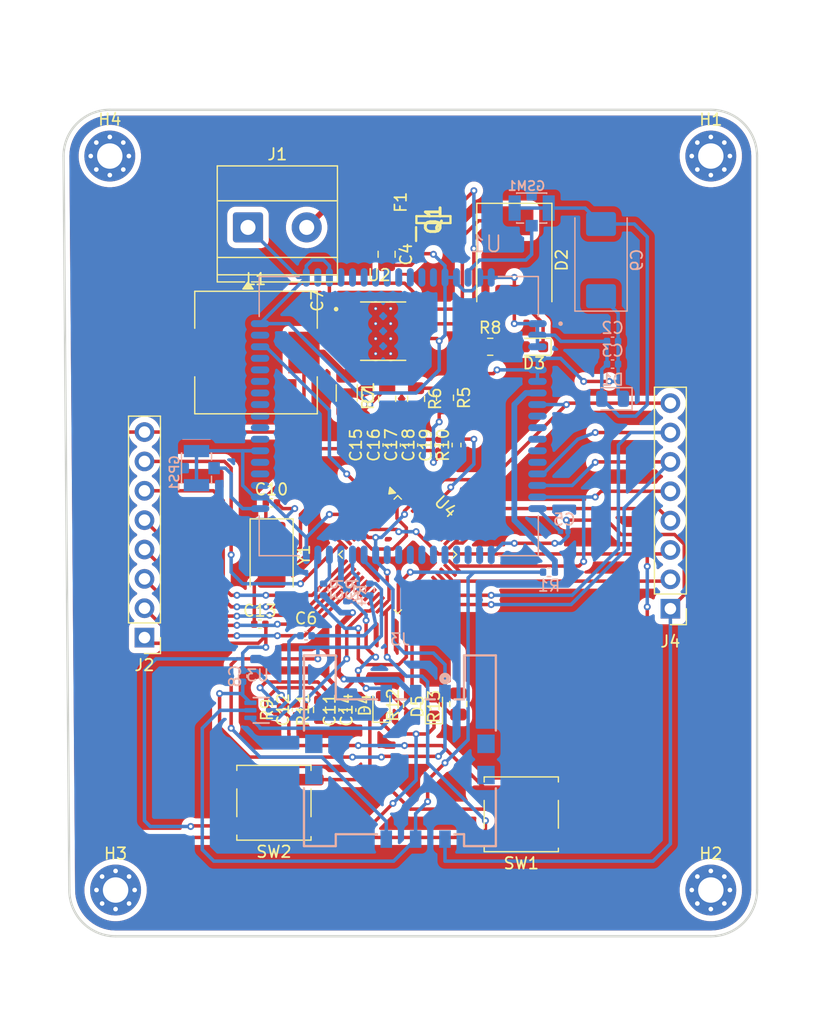
<source format=kicad_pcb>
(kicad_pcb (version 20241229) (generator "pcbnew") (generator_version "9.0")
  (layers (0 "F.Cu" signal) (4 "In1.Cu" signal) (6 "In2.Cu" signal) (2 "B.Cu" signal) (13 "F.Paste" user) (15 "B.Paste" user) (5 "F.SilkS" user "F.Silkscreen") (7 "B.SilkS" user "B.Silkscreen") (1 "F.Mask" user) (3 "B.Mask" user) (25 "Edge.Cuts" user))
  (net 0 "")
  (net 1 "GND")
  (net 2 "+3.3V")
  (net 3 "Net-(Q1-D)")
  (net 4 "Net-(U1-VRTC)")
  (net 5 "SIM_DATA")
  (net 6 "Net-(C6-Pad2)")
  (net 7 "Net-(D2-K)")
  (net 8 "Net-(U2-BOOT)")
  (net 9 "SIM_VDD")
  (net 10 "Net-(U4-PF0)")
  (net 11 "Net-(C11-Pad1)")
  (net 12 "Net-(U4-PB11)")
  (net 13 "Net-(U4-PF1)")
  (net 14 "NRST")
  (net 15 "Net-(D3-A)")
  (net 16 "Net-(D4-A)")
  (net 17 "Net-(D5-A)")
  (net 18 "+12V")
  (net 19 "GPS_ANT")
  (net 20 "GSM_ANT")
  (net 57 "PA4")
  (net 58 "USART2_RX")
  (net 59 "PA6{slash}SPI1_MISO")
  (net 60 "USART2_TX")
  (net 61 "PA7{slash}SPI1_MOSI")
  (net 62 "PA5{slash}SPI1_CLK")
  (net 65 "SIM_DET")
  (net 67 "Net-(J3-CLK)")
  (net 68 "Net-(J3-I{slash}O)")
  (net 70 "Net-(J3-RET)")
  (net 71 "SIM_PWRKEY")
  (net 72 "SIM_RX")
  (net 73 "SIM_RESET")
  (net 74 "SWDCLK")
  (net 75 "SWDIO")
  (net 76 "SIM_TX")
  (net 77 "Net-(Q1-S)")
  (net 78 "Net-(U1-VDD_EXT)")
  (net 79 "SIM_RST")
  (net 80 "SIM_CLK")
  (net 81 "FEEDBACK")
  (net 82 "Net-(R6-Pad2)")
  (net 83 "Net-(U4-BOOT0)")
  (net 84 "LED1")
  (net 85 "LED2")
  (net 86 "STATUS")
  (footprint "TPS5430DDA:VREG_LM5017MR_NOPB" (layer "F.Cu") (at 145.65 85.15)
    (property "Reference" "U2")
    (property "Value" "TPS5430DDA")
  )
  (footprint "Capacitor_SMD:C_0402_1005Metric" (layer "F.Cu") (at 134.98 110.5)
    (property "Reference" "C13")
    (property "Value" "30p")
  )
  (footprint "Button_Switch_SMD:SW_Push_1P1T_NO_CK_KSC6xxJ" (layer "F.Cu") (at 157.6 126.95)
    (property "Reference" "SW1")
    (property "Value" "SW_Push")
  )
  (footprint "LIB_AO3407A:SOT95P280X125-3N" (layer "F.Cu") (at 150 75.5 90)
    (property "Reference" "Q1")
    (property "Value" "AO3407A" (hide yes))
  )
  (footprint "Resistor_SMD:R_0805_2012Metric" (layer "F.Cu") (at 151 90.9125 -90)
    (property "Reference" "R5")
    (property "Value" "8K2")
  )
  (footprint "Capacitor_SMD:C_0402_1005Metric" (layer "F.Cu") (at 150.5 95.02 90)
    (property "Reference" "C19")
    (property "Value" "100n")
  )
  (footprint "Resistor_SMD:R_0805_2012Metric" (layer "F.Cu") (at 148.15 117.4925 90)
    (property "Reference" "R12")
    (property "Value" "1k5")
  )
  (footprint "LED_SMD:LED_0603_1608Metric" (layer "F.Cu") (at 150.05 117.625 90)
    (property "Reference" "D5")
    (property "Value" "LED")
  )
  (footprint "Capacitor_SMD:C_0805_2012Metric" (layer "F.Cu") (at 145.95 78.5 -90)
    (property "Reference" "C4")
    (property "Value" "10u")
  )
  (footprint "Capacitor_SMD:C_0402_1005Metric" (layer "F.Cu") (at 149 95 90)
    (property "Reference" "C18")
    (property "Value" "100n")
  )
  (footprint "Diode_SMD:D_SMC" (layer "F.Cu") (at 157 79 -90)
    (property "Reference" "D2")
    (property "Value" "B340")
  )
  (footprint "Resistor_SMD:R_0603_1608Metric" (layer "F.Cu") (at 140.15 117.905 90)
    (property "Reference" "R11")
    (property "Value" "1K")
  )
  (footprint "MountingHole:MountingHole_2.2mm_M2_Pad_Via" (layer "F.Cu") (at 174 70)
    (property "Reference" "H1")
    (property "Value" "MountingHole_Pad")
  )
  (footprint "Capacitor_SMD:C_0201_0603Metric" (layer "F.Cu") (at 144.345 95 90)
    (property "Reference" "C15")
    (property "Value" "4u7")
  )
  (footprint "MountingHole:MountingHole_2.2mm_M2_Pad_Via" (layer "F.Cu") (at 174 133.5)
    (property "Reference" "H2")
    (property "Value" "MountingHole_Pad")
  )
  (footprint "Crystal:Crystal_SMD_5032-2Pin_5.0x3.2mm" (layer "F.Cu") (at 136 104.5 -90)
    (property "Reference" "Y1")
    (property "Value" "8MHz")
  )
  (footprint "Resistor_SMD:R_0402_1005Metric" (layer "F.Cu") (at 152 95 90)
    (property "Reference" "R10")
    (property "Value" "10k")
  )
  (footprint "TerminalBlock_Phoenix:TerminalBlock_Phoenix_MKDS-1,5-2-5.08_1x02_P5.08mm_Horizontal" (layer "F.Cu") (at 133.955 76.1725)
    (property "Reference" "J1")
    (property "Value" "Screw_Terminal_01x02")
  )
  (footprint "Capacitor_SMD:C_0402_1005Metric" (layer "F.Cu") (at 142.18 117.925 90)
    (property "Reference" "C11")
    (property "Value" "10p")
  )
  (footprint "Capacitor_SMD:C_0402_1005Metric" (layer "F.Cu") (at 138.15 117.905 90)
    (property "Reference" "C12")
    (property "Value" "100n")
  )
  (footprint "Resistor_SMD:R_0805_2012Metric" (layer "F.Cu") (at 148.5 91 -90)
    (property "Reference" "R6")
    (property "Value" "1K5")
  )
  (footprint "MountingHole:MountingHole_2.2mm_M2_Pad_Via" (layer "F.Cu") (at 122 70)
    (property "Reference" "H4")
    (property "Value" "MountingHole_Pad")
  )
  (footprint "Connector_PinHeader_2.54mm:PinHeader_1x08_P2.54mm_Vertical" (layer "F.Cu") (at 170.5 109.16 180)
    (property "Reference" "J4")
    (property "Value" "RIGHT HEADER PINS")
  )
  (footprint "Resistor_SMD:R_0805_2012Metric" (layer "F.Cu") (at 154.9125 86.5)
    (property "Reference" "R8")
    (property "Value" "1K5")
  )
  (footprint "Capacitor_SMD:C_0402_1005Metric" (layer "F.Cu") (at 147.5 95 90)
    (property "Reference" "C17")
    (property "Value" "100n")
  )
  (footprint "Resistor_SMD:R_0805_2012Metric" (layer "F.Cu") (at 152.15 117.405 90)
    (property "Reference" "R13")
    (property "Value" "1k5")
  )
  (footprint "Capacitor_SMD:C_0402_1005Metric" (layer "F.Cu") (at 146 95 90)
    (property "Reference" "C16")
    (property "Value" "100n")
  )
  (footprint "Button_Switch_SMD:SW_Push_1P1T_NO_CK_KSC6xxJ" (layer "F.Cu") (at 136.2 125.95)
    (property "Reference" "SW2")
    (property "Value" "SW_Push")
  )
  (footprint "Capacitor_SMD:C_0402_1005Metric" (layer "F.Cu") (at 143.65 117.925 90)
    (property "Reference" "C14")
    (property "Value" "100n")
  )
  (footprint "Resistor_SMD:R_0805_2012Metric" (layer "F.Cu") (at 146 91 90)
    (property "Reference" "R7")
    (property "Value" "2K7")
  )
  (footprint "Resistor_SMD:R_0201_0603Metric" (layer "F.Cu") (at 136.65 117.905 90)
    (property "Reference" "R9")
    (property "Value" "100K")
  )
  (footprint "MountingHole:MountingHole_2.2mm_M2_Pad_Via" (layer "F.Cu") (at 122.5 133.5)
    (property "Reference" "H3")
    (property "Value" "MountingHole_Pad")
  )
  (footprint "Package_QFP:LQFP-48_7x7mm_P0.5mm" (layer "F.Cu") (at 146.913002 104.473662 -45)
    (property "Reference" "U4")
    (property "Value" "STM32F030C8Tx")
  )
  (footprint "LED_SMD:LED_0603_1608Metric" (layer "F.Cu") (at 158.7 86.5 180)
    (property "Reference" "D3")
    (property "Value" "LED")
  )
  (footprint "Fuse:Fuse_0402_1005Metric" (layer "F.Cu") (at 146 74 -90)
    (property "Reference" "F1")
    (property "Value" "Fuse 2.5A")
  )
  (footprint "Connector_PinHeader_2.54mm:PinHeader_1x08_P2.54mm_Vertical" (layer "F.Cu") (at 125 111.66 180)
    (property "Reference" "J2")
    (property "Value" "LEFT HEADER PINS")
  )
  (footprint "Capacitor_SMD:C_0402_1005Metric" (layer "F.Cu") (at 135.98 100)
    (property "Reference" "C10")
    (property "Value" "30p")
  )
  (footprint "Inductor_SMD:L_10.4x10.4_H4.8" (layer "F.Cu") (at 134.65 87)
    (property "Reference" "L1")
    (property "Value" "15uH")
  )
  (footprint "Capacitor_SMD:C_1206_3216Metric" (layer "F.Cu") (at 142.5 90.5 -90)
    (property "Reference" "C1")
    (property "Value" "100u")
  )
  (footprint "LED_SMD:LED_0603_1608Metric" (layer "F.Cu") (at 145.5 117.5 90)
    (property "Reference" "D4")
    (property "Value" "LED")
  )
  (footprint "Capacitor_SMD:C_0201_0603Metric" (layer "F.Cu") (at 141 82.5 90)
    (property "Reference" "C7")
    (property "Value" "10n")
  )
  (footprint "Diode_SMD:D_0805_2012Metric" (layer "B.Cu") (at 165.5 91 180)
    (property "Reference" "D1")
    (property "Value" "D_Zener")
  )
  (footprint "Resistor_SMD:R_0402_1005Metric" (layer "B.Cu") (at 144.5 107.5 -90)
    (property "Reference" "R2")
    (property "Value" "10k")
  )
  (footprint "693010020611:693010020611" (layer "B.Cu") (at 147.1 121.45 180)
    (property "Reference" "J3")
    (property "Value" "693010020611")
    (property "VALUE" "693010020611" (hide yes))
  )
  (footprint "U.FL-R-SMT-1:U.FL-R-SMT-1" (layer "B.Cu") (at 158.5 74.5 180)
    (property "Reference" "GSM1")
    (property "Value" "U.FL-R-SMT-1")
  )
  (footprint "Capacitor_SMD:C_0402_1005Metric" (layer "B.Cu") (at 165.5 86.03 180)
    (property "Reference" "C2")
    (property "Value" "33p")
  )
  (footprint "Capacitor_SMD:C_0402_1005Metric" (layer "B.Cu") (at 133.5 115 -90)
    (property "Reference" "C8")
    (property "Value" "1u")
  )
  (footprint "Resistor_SMD:R_0402_1005Metric" (layer "B.Cu") (at 140.5 107.5 90)
    (property "Reference" "R3")
    (property "Value" "10k")
  )
  (footprint "Resistor_SMD:R_0402_1005Metric" (layer "B.Cu") (at 142.5 108.01 90)
    (property "Reference" "R4")
    (property "Value" "10k")
  )
  (footprint "Capacitor_SMD:C_0402_1005Metric" (layer "B.Cu") (at 138.98 111.5 180)
    (property "Reference" "C6")
    (property "Value" "22p")
  )
  (footprint "SMF05CT1G:SOT65P210X110-6N" (layer "B.Cu") (at 135.1 117.95 180)
    (property "Reference" "U3")
    (property "Value" "SMF05CT1G")
  )
  (footprint "SIM808:XCVR_SIM808" (layer "B.Cu") (at 147 92.5 180)
    (property "Reference" "U1")
    (property "Value" "SIM808")
  )
  (footprint "Capacitor_SMD:C_0201_0603Metric" (layer "B.Cu") (at 161.32 102.5 180)
    (property "Reference" "C5")
    (property "Value" "4u7")
  )
  (footprint "U.FL-R-SMT-1:U.FL-R-SMT-1" (layer "B.Cu") (at 129.5 97 -90)
    (property "Reference" "GPS1")
    (property "Value" "U.FL-R-SMT-1")
  )
  (footprint "Capacitor_Tantalum_SMD:CP_EIA-7343-15_Kemet-W" (layer "B.Cu") (at 164.5 79 90)
    (property "Reference" "C9")
    (property "Value" "220u")
  )
  (footprint "Capacitor_SMD:C_0402_1005Metric" (layer "B.Cu") (at 165.5 88 180)
    (property "Reference" "C3")
    (property "Value" "10p")
  )
  (footprint "Resistor_SMD:R_0402_1005Metric" (layer "B.Cu") (at 160 106)
    (property "Reference" "R1")
    (property "Value" "4K7")
  )
  (gr_line (start 174 137.5) (end 122.5 137.5) (stroke (width 0.2)) (layer "Edge.Cuts"))
  (gr_arc (start 174 66) (mid 176.828427 67.171573) (end 178 70) (stroke (width 0.2)) (layer "Edge.Cuts"))
  (gr_arc (start 178 133.5) (mid 176.828427 136.328427) (end 174 137.5) (stroke (width 0.2)) (layer "Edge.Cuts"))
  (gr_line (start 122 66) (end 174 66) (stroke (width 0.2)) (layer "Edge.Cuts"))
  (gr_arc (start 122.5 137.5) (mid 119.671573 136.328427) (end 118.5 133.5) (stroke (width 0.2)) (layer "Edge.Cuts"))
  (gr_line (start 118.5 133.5) (end 118 70) (stroke (width 0.2)) (layer "Edge.Cuts"))
  (gr_arc (start 118 70) (mid 119.171573 67.171573) (end 122 66) (stroke (width 0.2)) (layer "Edge.Cuts"))
  (gr_line (start 178 70) (end 178 133.5) (stroke (width 0.2)) (layer "Edge.Cuts"))
  (segment (start 159.4875 84.5125) (end 159.4875 86.5) (width 0.3) (layer "F.Cu") (net 1))
  (segment (start 148.5 120) (end 146.5 120) (width 0.3) (layer "F.Cu") (net 1))
  (segment (start 144.025 91.975) (end 144.5 91.5) (width 0.3) (layer "F.Cu") (net 1))
  (segment (start 171.701 107.959) (end 171.701 103.582529) (width 0.3) (layer "F.Cu") (net 1))
  (segment (start 150.285 85.785) (end 150.5 86) (width 0.3) (layer "F.Cu") (net 1))
  (segment (start 145.5 118.2875) (end 143.7125 116.5) (width 0.3) (layer "F.Cu") (net 1))
  (segment (start 159.5 84.5) (end 159.4875 84.5125) (width 0.3) (layer "F.Cu") (net 1))
  (segment (start 165 101.5) (end 161.5 101.5) (width 0.3) (layer "F.Cu") (net 1))
  (segment (start 149 94.52) (end 150.48 94.52) (width 0.3) (layer "F.Cu") (net 1))
  (segment (start 125.491 112.151) (end 134.849 112.151) (width 0.3) (layer "F.Cu") (net 1))
  (segment (start 152 96.204684) (end 148.265344 99.93934) (width 0.3) (layer "F.Cu") (net 1))
  (segment (start 142.75 116.75) (end 142.75 117.75) (width 0.3) (layer "F.Cu") (net 1))
  (segment (start 170.5 109.16) (end 171.701 107.959) (width 0.3) (layer "F.Cu") (net 1))
  (segment (start 152 95.51) (end 152 96.204684) (width 0.3) (layer "F.Cu") (net 1))
  (segment (start 143 116.5) (end 142.75 116.75) (width 0.3) (layer "F.Cu") (net 1))
  (segment (start 145.5 119) (end 145.5 118.2875) (width 0.3) (layer "F.Cu") (net 1))
  (segment (start 149.5 120) (end 148.5 120) (width 0.3) (layer "F.Cu") (net 1))
  (segment (start 136.96 100.5) (end 136.46 100) (width 0.3) (layer "F.Cu") (net 1))
  (segment (start 141 101) (end 142.37868 101) (width 0.3) (layer "F.Cu") (net 1))
  (segment (start 143.405 118.405) (end 142.75 117.75) (width 0.3) (layer "F.Cu") (net 1))
  (segment (start 147.425 85.15) (end 148.06 85.785) (width 0.3) (layer "F.Cu") (net 1))
  (segment (start 151.03 94.54) (end 152 95.51) (width 0.3) (layer "F.Cu") (net 1))
  (segment (start 145.3825 118.405) (end 145.5 118.2875) (width 0.3) (layer "F.Cu") (net 1))
  (segment (start 150.05 118.4125) (end 150.05 119.45) (width 0.3) (layer "F.Cu") (net 1))
  (segment (start 148.06 85.785) (end 148.35 85.785) (width 0.3) (layer "F.Cu") (net 1))
  (segment (start 144.345 92.295) (end 144.025 91.975) (width 0.3) (layer "F.Cu") (net 1))
  (segment (start 157.4 82.4) (end 159.5 84.5) (width 0.3) (layer "F.Cu") (net 1))
  (segment (start 145 103) (end 144.37868 103) (width 0.3) (layer "F.Cu") (net 1))
  (segment (start 148.265344 99.93934) (end 147.5 100.704684) (width 0.3) (layer "F.Cu") (net 1))
  (segment (start 136.85 116.935) (end 137.5 117.585) (width 0.3) (layer "F.Cu") (net 1))
  (segment (start 150.05 119.45) (end 149.5 120) (width 0.3) (layer "F.Cu") (net 1))
  (segment (start 136.65 117.585) (end 137.5 117.585) (width 0.3) (layer "F.Cu") (net 1))
  (segment (start 145.9125 90.0875) (end 144.5 91.5) (width 0.3) (layer "F.Cu") (net 1))
  (segment (start 135.5 112.5) (end 135.5 111.5) (width 0.3) (layer "F.Cu") (net 1))
  (segment (start 157 84.5) (end 157 82.4) (width 0.3) (layer "F.Cu") (net 1))
  (segment (start 138 100.5) (end 136.96 100.5) (width 0.3) (layer "F.Cu") (net 1))
  (segment (start 134.849 112.151) (end 135.5 111.5) (width 0.3) (layer "F.Cu") (net 1))
  (segment (start 166.241 102.741) (end 165 101.5) (width 0.3) (layer "F.Cu") (net 1))
  (segment (start 143.7125 116.5) (end 143 116.5) (width 0.3) (layer "F.Cu") (net 1))
  (segment (start 149.05 78.45) (end 149.05 76.75) (width 0.3) (layer "F.Cu") (net 1))
  (segment (start 145.95 79.45) (end 148.05 79.45) (width 0.3) (layer "F.Cu") (net 1))
  (segment (start 143.65 118.405) (end 143.405 118.405) (width 0.3) (layer "F.Cu") (net 1))
  (segment (start 145.65 85.15) (end 147.425 85.15) (width 0.3) (layer "F.Cu") (net 1))
  (segment (start 157 80.5) (end 157 82.4) (width 0.3) (layer "F.Cu") (net 1))
  (segment (start 150.5 94.54) (end 151.03 94.54) (width 0.3) (layer "F.Cu") (net 1))
  (segment (start 137.99 117.585) (end 138.15 117.425) (width 0.3) (layer "F.Cu") (net 1))
  (segment (start 129.05 127.95) (end 129 128) (width 0.3) (layer "F.Cu") (net 1))
  (segment (start 149.95 78.45) (end 150 78.5) (width 0.3) (layer "F.Cu") (net 1))
  (segment (start 135.5 111.5) (end 135.5 110.54) (width 0.3) (layer "F.Cu") (net 1))
  (segment (start 148.35 85.785) (end 150.285 85.785) (width 0.3) (layer "F.Cu") (net 1))
  (segment (start 146.156068 107.156068) (end 146.156068 108.412577) (width 0.3) (layer "F.Cu") (net 1))
  (segment (start 136.85 116.649999) (end 136.85 116.935) (width 0.3) (layer "F.Cu") (net 1))
  (segment (start 142.445 117.445) (end 142.18 117.445) (width 0.3) (layer "F.Cu") (net 1))
  (segment (start 150.48 94.52) (end 150.5 94.54) (width 0.3) (layer "F.Cu") (net 1))
  (segment (start 146 106) (end 146 107) (width 0.3) (layer "F.Cu") (net 1))
  (segment (start 157 82.4) (end 157.4 82.4) (width 0.3) (layer "F.Cu") (net 1))
  (segment (start 133.3 127.95) (end 129.05 127.95) (width 0.3) (layer "F.Cu") (net 1))
  (segment (start 146 94.52) (end 147.5 94.52) (width 0.3) (layer "F.Cu") (net 1))
  (segment (start 145.84 94.68) (end 146 94.52) (width 0.3) (layer "F.Cu") (net 1))
  (segment (start 147.5 100.704684) (end 147.5 101) (width 0.3) (layer "F.Cu") (net 1))
  (segment (start 147.5 94.52) (end 149 94.52) (width 0.3) (layer "F.Cu") (net 1))
  (segment (start 146 107) (end 146.156068 107.156068) (width 0.3) (layer "F.Cu") (net 1))
  (segment (start 171.701 103.582529) (end 170.859471 102.741) (width 0.3) (layer "F.Cu") (net 1))
  (segment (start 137.5 117.585) (end 137.99 117.585) (width 0.3) (layer "F.Cu") (net 1))
  (segment (start 144.345 94.68) (end 144.345 92.295) (width 0.3) (layer "F.Cu") (net 1))
  (segment (start 142.37868 101) (end 143.43934 102.06066) (width 0.3) (layer "F.Cu") (net 1))
  (segment (start 146.5 120) (end 145.5 119) (width 0.3) (layer "F.Cu") (net 1))
  (segment (start 144.345 94.68) (end 145.84 94.68) (width 0.3) (layer "F.Cu") (net 1))
  (segment (start 146 90.0875) (end 145.9125 90.0875) (width 0.3) (layer "F.Cu") (net 1))
  (segment (start 160.5 103.5) (end 157 103.5) (width 0.3) (layer "F.Cu") (net 1))
  (segment (start 142.5 91.975) (end 144.025 91.975) (width 0.3) (layer "F.Cu") (net 1))
  (segment (start 135.5 110.54) (end 135.46 110.5) (width 0.3) (layer "F.Cu") (net 1))
  (segment (start 170.859471 102.741) (end 166.241 102.741) (width 0.3) (layer "F.Cu") (net 1))
  (segment (start 125 111.66) (end 125.491 112.151) (width 0.3) (layer "F.Cu") (net 1))
  (segment (start 148.05 79.45) (end 149.05 78.45) (width 0.3) (layer "F.Cu") (net 1))
  (segment (start 149.05 78.45) (end 149.95 78.45) (width 0.3) (layer "F.Cu") (net 1))
  (segment (start 139.1 127.95) (end 144.55 127.95) (width 0.3) (layer "F.Cu") (net 1))
  (segment (start 139.1 127.95) (end 133.3 127.95) (width 0.3) (layer "F.Cu") (net 1))
  (segment (start 144.55 127.95) (end 146.5 126) (width 0.3) (layer "F.Cu") (net 1))
  (segment (start 142.75 117.75) (end 142.445 117.445) (width 0.3) (layer "F.Cu") (net 1))
  (segment (start 144.37868 103) (end 143.43934 102.06066) (width 0.3) (layer "F.Cu") (net 1))
  (via (at 129 128) (size 0.6) (drill 0.3) (layers "F.Cu" "B.Cu") (net 1))
  (via (at 146 106) (size 0.6) (drill 0.3) (layers "F.Cu" "B.Cu") (net 1))
  (via (at 144.5 91.5) (size 0.6) (drill 0.3) (layers "F.Cu" "B.Cu") (net 1))
  (via (at 157 80.5) (size 0.6) (drill 0.3) (layers "F.Cu" "B.Cu") (net 1))
  (via (at 146.5 126) (size 0.6) (drill 0.3) (layers "F.Cu" "B.Cu") (net 1))
  (via (at 148.5 120) (size 0.6) (drill 0.3) (layers "F.Cu" "B.Cu") (net 1))
  (via (at 157 84.5) (size 0.6) (drill 0.3) (layers "F.Cu" "B.Cu") (net 1))
  (via (at 141 101) (size 0.6) (drill 0.3) (layers "F.Cu" "B.Cu") (net 1))
  (via (at 150.5 86) (size 0.6) (drill 0.3) (layers "F.Cu" "B.Cu") (net 1))
  (via (at 150 78.5) (size 0.6) (drill 0.3) (layers "F.Cu" "B.Cu") (net 1))
  (via (at 157 103.5) (size 0.6) (drill 0.3) (layers "F.Cu" "B.Cu") (net 1))
  (via (at 138 100.5) (size 0.6) (drill 0.3) (layers "F.Cu" "B.Cu") (net 1))
  (via (at 161.5 101.5) (size 0.6) (drill 0.3) (layers "F.Cu" "B.Cu") (net 1))
  (via (at 160.5 103.5) (size 0.6) (drill 0.3) (layers "F.Cu" "B.Cu") (net 1))
  (via (at 135.5 112.5) (size 0.6) (drill 0.3) (layers "F.Cu" "B.Cu") (net 1))
  (via (at 136.85 116.649999) (size 0.6) (drill 0.3) (layers "F.Cu" "B.Cu") (net 1))
  (via (at 147.5 101) (size 0.6) (drill 0.3) (layers "F.Cu" "B.Cu") (net 1))
  (via (at 145 103) (size 0.6) (drill 0.3) (layers "F.Cu" "B.Cu") (net 1))
  (segment (start 155 80.5) (end 157 80.5) (width 0.3) (layer "B.Cu") (net 1))
  (segment (start 153.349 81.651) (end 152.651 81.651) (width 0.3) (layer "B.Cu") (net 1))
  (segment (start 145 104.5) (end 145 105) (width 0.3) (layer "B.Cu") (net 1))
  (segment (start 144.5 91.5) (end 143.5 90.5) (width 0.3) (layer "B.Cu") (net 1))
  (segment (start 155 80.5) (end 154 80.5) (width 0.3) (layer "B.Cu") (net 1))
  (segment (start 125.5 128) (end 129 128) (width 0.3) (layer "B.Cu") (net 1))
  (segment (start 161.03 86.03) (end 160.5 85.5) (width 0.3) (layer "B.Cu") (net 1))
  (segment (start 143.5 90.5) (end 148.5 90.5) (width 0.3) (layer "B.Cu") (net 1))
  (segment (start 165.02 88) (end 165.02 86.03) (width 0.3) (layer "B.Cu") (net 1))
  (segment (start 161.5 101.5) (end 161.64 101.64) (width 0.3) (layer "B.Cu") (net 1))
  (segment (start 154 80.5) (end 154 81) (width 0.3) (layer "B.Cu") (net 1))
  (segment (start 133.5 113.5) (end 133.5 113) (width 0.3) (layer "B.Cu") (net 1))
  (segment (start 134.5 99.5) (end 133.5 98.5) (width 0.3) (layer "B.Cu") (net 1))
  (segment (start 145 105) (end 146 106) (width 0.3) (layer "B.Cu") (net 1))
  (segment (start 140.5 79) (end 141 79.5) (width 0.3) (layer "B.Cu") (net 1))
  (segment (start 135 99.5) (end 135.5 99.5) (width 0.3) (layer "B.Cu") (net 1))
  (segment (start 148.5 124) (end 148.5 120) (width 0.3) (layer "B.Cu") (net 1))
  (segment (start 164.5625 91) (end 164.5625 88.4575) (width 0.3) (layer "B.Cu") (net 1))
  (segment (start 145.5 103) (end 145 103) (width 0.3) (layer "B.Cu") (net 1))
  (segment (start 152 81) (end 152 80.5) (width 0.3) (layer "B.Cu") (net 1))
  (segment (start 159 86.5) (end 159 85.5) (width 0.3) (layer "B.Cu") (net 1))
  (segment (start 151 131) (end 169 131) (width 0.3) (layer "B.Cu") (net 1))
  (segment (start 168.5 91.5) (end 168.5 77) (width 0.3) (layer "B.Cu") (net 1))
  (segment (start 126 113.5) (end 125 114.5) (width 0.3) (layer "B.Cu") (net 1))
  (segment (start 137.25 101.25) (end 139 103) (width 0.3) (layer "B.Cu") (net 1))
  (segment (start 147.5 101) (end 145.5 103) (width 0.3) (layer "B.Cu") (net 1))
  (segment (start 151 79.5) (end 151 80.5) (width 0.3) (layer "B.Cu") (net 1))
  (segment (start 165.02 86.03) (end 161.03 86.03) (width 0.3) (layer "B.Cu") (net 1))
  (segment (start 156 103.5) (end 155 104.5) (width 0.3) (layer "B.Cu") (net 1))
  (segment (start 166.0625 92.5) (end 167.5 92.5) (width 0.3) (layer "B.Cu") (net 1))
  (segment (start 139 80.5) (end 138.2825 80.5) (width 0.3) (layer "B.Cu") (net 1))
  (segment (start 133.5 98.5) (end 133.5 95.5) (width 0.3) (layer "B.Cu") (net 1))
  (segment (start 148.5 90.5) (end 150.5 88.5) (width 0.3) (layer "B.Cu") (net 1))
  (segment (start 133.5 114.52) (end 134.720001 114.52) (width 0.3) (layer "B.Cu") (net 1))
  (segment (start 159 84.5) (end 157 84.5) (width 0.3) (layer "B.Cu") (net 1))
  (segment (start 169 131) (end 170.5 129.5) (width 0.3) (layer "B.Cu") (net 1))
  (segment (start 134 112.5) (end 135.5 112.5) (width 0.3) (layer "B.Cu") (net 1))
  (segment (start 170.5 129.5) (end 170.5 109.16) (width 0.3) (layer "B.Cu") (net 1))
  (segment (start 134.720001 114.52) (end 136.85 116.649999) (width 0.3) (layer "B.Cu") (net 1))
  (segment (start 135 84.5) (end 139 80.5) (width 0.3) (layer "B.Cu") (net 1))
  (segment (start 135.5 99.5) (end 137.25 101.25) (width 0.3) (layer "B.Cu") (net 1))
  (segment (start 125 114.5) (end 125 127.5) (width 0.3) (layer "B.Cu") (net 1))
  (segment (start 161.64 102.5) (end 161.64 102.86) (width 0.3) (layer "B.Cu") (net 1))
  (segment (start 143.5 90.5) (end 137.5 84.5) (width 0.3) (layer "B.Cu") (net 1))
  (segment (start 168.5 77) (end 167.38 75.88) (width 0.3) (layer "B.Cu") (net 1))
  (segment (start 164.5625 91) (end 166.0625 92.5) (width 0.3) (layer "B.Cu") (net 1))
  (segment (start 145 104.5) (end 145 103) (width 0.3) (layer "B.Cu") (net 1))
  (segment (start 164.5625 88.4575) (end 165.02 88) (width 0.3) (layer "B.Cu") (net 1))
  (segment (start 129.525 95.5) (end 129.5 95.525) (width 0.3) (layer "B.Cu") (net 1))
  (segment (start 157 103.5) (end 156 103.5) (width 0.3) (layer "B.Cu") (net 1))
  (segment (start 135 95.5) (end 133.5 95.5) (width 0.3) (layer "B.Cu") (net 1))
  (segment (start 129.5 95.525) (end 129.5 98.475) (width 0.3) (layer "B.Cu") (net 1))
  (segment (start 139 103) (end 141 101) (width 0.3) (layer "B.Cu") (net 1))
  (segment (start 152.651 81.651) (end 152 81) (width 0.3) (layer "B.Cu") (net 1))
  (segment (start 133.5 113) (end 134 112.5) (width 0.3) (layer "B.Cu") (net 1))
  (segment (start 157.025 74.5) (end 159.975 74.5) (width 0.3) (layer "B.Cu") (net 1))
  (segment (start 133.5 95.5) (end 129.525 95.5) (width 0.3) (layer "B.Cu") (net 1))
  (segment (start 151 85.5) (end 151 80.5) (width 0.3) (layer "B.Cu") (net 1))
  (segment (start 146.5 126) (end 148.5 124) (width 0.3) (layer "B.Cu") (net 1))
  (segment (start 167.38 75.88) (end 164.5 75.88) (width 0.3) (layer "B.Cu") (net 1))
  (segment (start 159 85.5) (end 159 84.5) (width 0.3) (layer "B.Cu") (net 1))
  (segment (start 139 103) (end 139 104.5) (width 0.3) (layer "B.Cu") (net 1))
  (segment (start 139 79.5) (end 139.5 79) (width 0.3) (layer "B.Cu") (net 1))
  (segment (start 154 81) (end 153.349 81.651) (width 0.3) (layer "B.Cu") (net 1))
  (segment (start 150.5 88.5) (end 150.5 86) (width 0.3) (layer "B.Cu") (net 1))
  (segment (start 137.5 84.5) (end 135 84.5) (width 0.3) (layer "B.Cu") (net 1))
  (segment (start 150.5 86) (end 151 85.5) (width 0.3) (layer "B.Cu") (net 1))
  (segment (start 137.25 101.25) (end 138 100.5) (width 0.3) (layer "B.Cu") (net 1))
  (segment (start 163.12 74.5) (end 164.5 75.88) (width 0.3) (layer "B.Cu") (net 1))
  (segment (start 139 80.5) (end 139 79.5) (width 0.3) (layer "B.Cu") (net 1))
  (segment (start 125 127.5) (end 125.5 128) (width 0.3) (layer "B.Cu") (net 1))
  (segment (start 135 99.5) (end 134.5 99.5) (width 0.3) (layer "B.Cu") (net 1))
  (segment (start 150 78.5) (end 151 79.5) (width 0.3) (layer "B.Cu") (net 1))
  (segment (start 151 129.1) (end 151 131) (width 0.3) (layer "B.Cu") (net 1))
  (segment (start 133.5 113.5) (end 126 113.5) (width 0.3) (layer "B.Cu") (net 1))
  (segment (start 167.5 92.5) (end 168.5 91.5) (width 0.3) (layer "B.Cu") (net 1))
  (segment (start 161 103.5) (end 160.5 103.5) (width 0.3) (layer "B.Cu") (net 1))
  (segment (start 161.64 101.64) (end 161.64 102.5) (width 0.3) (layer "B.Cu") (net 1))
  (segment (start 141 79.5) (end 141 80.5) (width 0.3) (layer "B.Cu") (net 1))
  (segment (start 138.2825 80.5) (end 133.955 76.1725) (width 0.3) (layer "B.Cu") (net 1))
  (segment (start 159.975 74.5) (end 163.12 74.5) (width 0.3) (layer "B.Cu") (net 1))
  (segment (start 139.5 79) (end 140.5 79) (width 0.3) (layer "B.Cu") (net 1))
  (segment (start 160.5 85.5) (end 159 85.5) (width 0.3) (layer "B.Cu") (net 1))
  (segment (start 161.64 102.86) (end 161 103.5) (width 0.3) (layer "B.Cu") (net 1))
  (segment (start 133.5 114.52) (end 133.5 113.5) (width 0.3) (layer "B.Cu") (net 1))
  (segment (start 152 80.5) (end 151 80.5) (width 0.3) (layer "B.Cu") (net 1))
  (segment (start 138.8 94) (end 138.8 87) (width 0.3) (layer "F.Cu") (net 2))
  (segment (start 145.84 95.32) (end 146 95.48) (width 0.3) (layer "F.Cu") (net 2))
  (segment (start 147.651 102.151) (end 147.651 102.849) (width 0.3) (layer "F.Cu") (net 2))
  (segment (start 147.5 95.48) (end 149 95.48) (width 0.3) (layer "F.Cu") (net 2))
  (segment (start 154 88.825) (end 151 91.825) (width 0.3) (layer "F.Cu") (net 2))
  (segment (start 155.5 88.5) (end 155.175 88.825) (width 0.3) (layer "F.Cu") (net 2))
  (segment (start 139.82 95.32) (end 138.8 94.3) (width 0.3) (layer "F.Cu") (net 2))
  (segment (start 150.5 93) (end 150.5 92.325) (width 0.3) (layer "F.Cu") (net 2))
  (segment (start 144.671574 104) (end 143.085787 102.414213) (width 0.3) (layer "F.Cu") (net 2))
  (segment (start 154.5 127.5) (end 154.5 128.75) (width 0.3) (layer "F.Cu") (net 2))
  (segment (start 146.5 104) (end 144.671574 104) (width 0.3) (layer "F.Cu") (net 2))
  (segment (start 146 95.48) (end 147 95.48) (width 0.3) (layer "F.Cu") (net 2))
  (segment (start 150.48 95.48) (end 150.5 95.5) (width 0.3) (layer "F.Cu") (net 2))
  (segment (start 146.849 101.349) (end 147.651 102.151) (width 0.3) (layer "F.Cu") (net 2))
  (segment (start 147 99.585786) (end 147 95.48) (width 0.3) (layer "F.Cu") (net 2))
  (segment (start 138.68 93.88) (end 138.8 94) (width 0.3) (layer "F.Cu") (net 2))
  (segment (start 144.345 95.32) (end 139.82 95.32) (width 0.3) (layer "F.Cu") (net 2))
  (segment (start 122.12 93.88) (end 121 95) (width 0.3) (layer "F.Cu") (net 2))
  (segment (start 140.475 87) (end 142.5 89.025) (width 0.5) (layer "F.Cu") (net 2))
  (segment (start 122 129) (end 122.05 128.95) (width 0.3) (layer "F.Cu") (net 2))
  (segment (start 122.05 128.95) (end 154.7 128.95) (width 0.3) (layer "F.Cu") (net 2))
  (segment (start 125 93.88) (end 138.68 93.88) (width 0.3) (layer "F.Cu") (net 2))
  (segment (start 144.345 95.32) (end 145.84 95.32) (width 0.3) (layer "F.Cu") (net 2))
  (segment (start 146.849 100.364368) (end 146.849 101.349) (width 0.3) (layer "F.Cu") (net 2))
  (segment (start 154 86.5) (end 154 88.825) (width 0.3) (layer "F.Cu") (net 2))
  (segment (start 145.914214 113.264214) (end 146 113.35) (width 0.3) (layer "F.Cu") (net 2))
  (segment (start 150.5 92.325) (end 151 91.825) (width 0.3) (layer "F.Cu") (net 2))
  (segment (start 163 89.5) (end 165.2125 89.5) (width 0.3) (layer "F.Cu") (net 2))
  (segment (start 125 93.88) (end 122.12 93.88) (width 0.3) (layer "F.Cu") (net 2))
  (segment (start 154.7 128.95) (end 160.5 128.95) (width 0.3) (layer "F.Cu") (net 2))
  (segment (start 147 99.585786) (end 147 100.213368) (width 0.3) (layer "F.Cu") (net 2))
  (segment (start 121 128) (end 122 129) (width 0.3) (layer "F.Cu") (net 2))
  (segment (start 147.651 102.849) (end 146.5 104) (width 0.3) (layer "F.Cu") (net 2))
  (segment (start 145.914214 99.585786) (end 147 99.585786) (width 0.3) (layer "F.Cu") (net 2))
  (segment (start 147 100.213368) (end 146.849 100.364368) (width 0.3) (layer "F.Cu") (net 2))
  (segment (start 150.5 95.5) (end 150.5 96) (width 0.3) (layer "F.Cu") (net 2))
  (segment (start 138.8 87) (end 140.475 87) (width 0.5) (layer "F.Cu") (net 2))
  (segment (start 138.8 94.3) (end 138.8 94) (width 0.3) (layer "F.Cu") (net 2))
  (segment (start 150.5 96) (end 150 96.5) (width 0.3) (layer "F.Cu") (net 2))
  (segment (start 147 95.48) (end 147.5 95.48) (width 0.3) (layer "F.Cu") (net 2))
  (segment (start 154.5 128.75) (end 154.7 128.95) (width 0.3) (layer "F.Cu") (net 2))
  (segment (start 145.914214 109.361538) (end 145.914214 113.264214) (width 0.3) (layer "F.Cu") (net 2))
  (segment (start 121 95) (end 121 128) (width 0.3) (layer "F.Cu") (net 2))
  (segment (start 155.175 88.825) (end 154 88.825) (width 0.3) (layer "F.Cu") (net 2))
  (segment (start 147 99.585786) (end 147.91179 99.585786) (width 0.3) (layer "F.Cu") (net 2))
  (segment (start 149 95.48) (end 150.48 95.48) (width 0.3) (layer "F.Cu") (net 2))
  (via (at 154.5 127.5) (size 0.6) (drill 0.3) (layers "F.Cu" "B.Cu") (net 2))
  (via (at 163 89.5) (size 0.6) (drill 0.3) (layers "F.Cu" "B.Cu") (net 2))
  (via (at 155.5 88.5) (size 0.6) (drill 0.3) (layers "F.Cu" "B.Cu") (net 2))
  (via (at 150 96.5) (size 0.6) (drill 0.3) (layers "F.Cu" "B.Cu") (net 2))
  (via (at 146 113.35) (size 0.6) (drill 0.3) (layers "F.Cu" "B.Cu") (net 2))
  (via (at 165.2125 89.5) (size 0.6) (drill 0.3) (layers "F.Cu" "B.Cu") (net 2))
  (via (at 150.5 93) (size 0.6) (drill 0.3) (layers "F.Cu" "B.Cu") (net 2))
  (segment (start 150 93.5) (end 150.5 93) (width 0.3) (layer "B.Cu") (net 2))
  (segment (start 149.5 122.5) (end 154.5 127.5) (width 0.3) (layer "B.Cu") (net 2))
  (segment (start 165.2125 89.5) (end 165.98 89.5) (width 0.3) (layer "B.Cu") (net 2))
  (segment (start 165.98 83.6) (end 164.5 82.12) (width 0.3) (layer "B.Cu") (net 2))
  (segment (start 165.98 88) (end 165.98 86.03) (width 0.3) (layer "B.Cu") (net 2))
  (segment (start 165.98 90.5425) (end 166.4375 91) (width 0.3) (layer "B.Cu") (net 2))
  (segment (start 149.5 119) (end 149.5 122.5) (width 0.3) (layer "B.Cu") (net 2))
  (segment (start 161 87.5) (end 163 89.5) (width 0.3) (layer "B.Cu") (net 2))
  (segment (start 159 87.5) (end 159 88.5) (width 0.3) (layer "B.Cu") (net 2))
  (segment (start 165.98 88) (end 165.98 89.5) (width 0.3) (layer "B.Cu") (net 2))
  (segment (start 165.98 86.03) (end 165.98 83.6) (width 0.3) (layer "B.Cu") (net 2))
  (segment (start 159 87.5) (end 161 87.5) (width 0.3) (layer "B.Cu") (net 2))
  (segment (start 149.5 115.5) (end 149.5 119) (width 0.3) (layer "B.Cu") (net 2))
  (segment (start 147.575 114.925) (end 147.65 115) (width 0.3) (layer "B.Cu") (net 2))
  (segment (start 165.98 89.5) (end 165.98 90.5425) (width 0.3) (layer "B.Cu") (net 2))
  (segment (start 150 96.5) (end 150 93.5) (width 0.3) (layer "B.Cu") (net 2))
  (segment (start 147.65 115) (end 149 115) (width 0.3) (layer "B.Cu") (net 2))
  (segment (start 146 113.35) (end 147.575 114.925) (width 0.3) (layer "B.Cu") (net 2))
  (segment (start 149 115) (end 149.5 115.5) (width 0.3) (layer "B.Cu") (net 2))
  (segment (start 159 88.5) (end 159 89.5) (width 0.3) (layer "B.Cu") (net 2))
  (segment (start 159 88.5) (end 155.5 88.5) (width 0.3) (layer "B.Cu") (net 2))
  (segment (start 146 74.485) (end 149.765 74.485) (width 0.5) (layer "F.Cu") (net 3))
  (segment (start 146 77.5) (end 145.95 77.55) (width 0.5) (layer "F.Cu") (net 3))
  (segment (start 146 74.485) (end 146 77.5) (width 0.5) (layer "F.Cu") (net 3))
  (segment (start 149.765 74.485) (end 150 74.25) (width 0.5) (layer "F.Cu") (net 3))
  (segment (start 161 102.5) (end 159 100.5) (width 0.3) (layer "B.Cu") (net 4))
  (segment (start 143 106) (end 143.5 106.5) (width 0.3) (layer "B.Cu") (net 5))
  (segment (start 143.5 107.5) (end 144.01 108.01) (width 0.3) (layer "B.Cu") (net 5))
  (segment (start 143 104.5) (end 143 106) (width 0.3) (layer "B.Cu") (net 5))
  (segment (start 144.01 108.01) (end 144.5 108.01) (width 0.3) (layer "B.Cu") (net 5))
  (segment (start 145 110.5) (end 144.5 108.01) (width 0.3) (layer "B.Cu") (net 5))
  (segment (start 144 111.5) (end 145 110.5) (width 0.3) (layer "B.Cu") (net 5))
  (segment (start 143.5 106.5) (end 143.5 107.5) (width 0.3) (layer "B.Cu") (net 5))
  (segment (start 139.46 111.5) (end 144 111.5) (width 0.3) (layer "B.Cu") (net 5))
  (segment (start 138 111.5) (end 137.5 112) (width 0.3) (layer "B.Cu") (net 6))
  (segment (start 138.5 111.5) (end 138 111.5) (width 0.3) (layer "B.Cu") (net 6))
  (segment (start 137.5 117) (end 136.55 117.95) (width 0.3) (layer "B.Cu") (net 6))
  (segment (start 137.5 112) (end 137.5 117) (width 0.3) (layer "B.Cu") (net 6))
  (segment (start 136.55 117.95) (end 136.035 117.95) (width 0.3) (layer "B.Cu") (net 6))
  (segment (start 141 81) (end 132.5 81) (width 0.3) (layer "F.Cu") (net 7))
  (segment (start 151.755 83.245) (end 152.5 82.5) (width 0.3) (layer "F.Cu") (net 7))
  (segment (start 147.5 81) (end 141 81) (width 0.3) (layer "F.Cu") (net 7))
  (segment (start 132.5 81) (end 130.5 83) (width 0.3) (layer "F.Cu") (net 7))
  (segment (start 148.35 83.245) (end 148.35 81.85) (width 0.3) (layer "F.Cu") (net 7))
  (segment (start 148.35 81.85) (end 147.5 81) (width 0.3) (layer "F.Cu") (net 7))
  (segment (start 153.9 75.6) (end 157 75.6) (width 0.3) (layer "F.Cu") (net 7))
  (segment (start 141 82.18) (end 141 81) (width 0.3) (layer "F.Cu") (net 7))
  (segment (start 152.5 82.5) (end 152.5 77) (width 0.3) (layer "F.Cu") (net 7))
  (segment (start 130.5 83) (end 130.5 87) (width 0.3) (layer "F.Cu") (net 7))
  (segment (start 152.5 77) (end 153.9 75.6) (width 0.3) (layer "F.Cu") (net 7))
  (segment (start 148.35 83.245) (end 151.755 83.245) (width 0.3) (layer "F.Cu") (net 7))
  (segment (start 142.525 82.82) (end 142.95 83.245) (width 0.3) (layer "F.Cu") (net 8))
  (segment (start 141 82.82) (end 142.525 82.82) (width 0.3) (layer "F.Cu") (net 8))
  (segment (start 131.5 119.420654) (end 131.5 117) (width 0.3) (layer "F.Cu") (net 9))
  (segment (start 134.079346 122) (end 131.5 119.420654) (width 0.3) (layer "F.Cu") (net 9))
  (segment (start 150.434313 121.934313) (end 145.565687 121.934313) (width 0.3) (layer "F.Cu") (net 9))
  (segment (start 131.5 117) (end 131.5 116.5) (width 0.3) (layer "F.Cu") (net 9))
  (segment (start 143 122) (end 134.079346 122) (width 0.3) (layer "F.Cu") (net 9))
  (segment (start 145.565687 121.934313) (end 145.5 122) (width 0.3) (layer "F.Cu") (net 9))
  (via (at 150.434313 121.934313) (size 0.6) (drill 0.3) (layers "F.Cu" "B.Cu") (net 9))
  (via (at 145.5 122) (size 0.6) (drill 0.3) (layers "F.Cu" "B.Cu") (net 9))
  (via (at 143 122) (size 0.6) (drill 0.3) (layers "F.Cu" "B.Cu") (net 9))
  (via (at 131.5 116.5) (size 0.6) (drill 0.3) (layers "F.Cu" "B.Cu") (net 9))
  (segment (start 151 114) (end 151 116.5) (width 0.3) (layer "B.Cu") (net 9))
  (segment (start 133.5 115.48) (end 133.5 116.635) (width 0.3) (layer "B.Cu") (net 9))
  (segment (start 151 116.5) (end 151 121.368626) (width 0.3) (layer "B.Cu") (net 9))
  (segment (start 133.5 116.635) (end 134.165 117.3) (width 0.3) (layer "B.Cu") (net 9))
  (segment (start 144 105) (end 146.5 107.5) (width 0.3) (layer "B.Cu") (net 9))
  (segment (start 147.5 113) (end 150 113) (width 0.3) (layer "B.Cu") (net 9))
  (segment (start 131.5 116.5) (end 133.365 116.5) (width 0.3) (layer "B.Cu") (net 9))
  (segment (start 133.365 116.5) (end 133.5 116.635) (width 0.3) (layer "B.Cu") (net 9))
  (segment (start 146.5 107.5) (end 146.5 112) (width 0.3) (layer "B.Cu") (net 9))
  (segment (start 145.5 122) (end 143 122) (width 0.3) (layer "B.Cu") (net 9))
  (segment (start 144 104.5) (end 144 105) (width 0.3) (layer "B.Cu") (net 9))
  (segment (start 151 121.368626) (end 150.434313 121.934313) (width 0.3) (layer "B.Cu") (net 9))
  (segment (start 146.5 112) (end 147.5 113) (width 0.3) (layer "B.Cu") (net 9))
  (segment (start 150 113) (end 151 114) (width 0.3) (layer "B.Cu") (net 9))
  (segment (start 135.5 102.15) (end 135.5 100) (width 0.3) (layer "F.Cu") (net 10))
  (segment (start 144.5 101) (end 142 98.5) (width 0.3) (layer "F.Cu") (net 10))
  (segment (start 135.5 99.5) (end 135.5 100) (width 0.3) (layer "F.Cu") (net 10))
  (segment (start 136 102.65) (end 135.5 102.15) (width 0.3) (layer "F.Cu") (net 10))
  (segment (start 136.5 98.5) (end 135.5 99.5) (width 0.3) (layer "F.Cu") (net 10))
  (segment (start 142 98.5) (end 136.5 98.5) (width 0.3) (layer "F.Cu") (net 10))
  (segment (start 136.65 118.225) (end 137.214 118.225) (width 0.3) (layer "F.Cu") (net 11))
  (segment (start 137.5 120.5) (end 138 121) (width 0.3) (layer "F.Cu") (net 11))
  (segment (start 137.489 118.5) (end 137.489 119.989) (width 0.3) (layer "F.Cu") (net 11))
  (segment (start 135.5 117.5) (end 136.225 118.225) (width 0.3) (layer "F.Cu") (net 11))
  (segment (start 154.7 124.95) (end 150.75 121) (width 0.3) (layer "F.Cu") (net 11))
  (segment (start 150.75 121) (end 147.5 121) (width 0.3) (layer "F.Cu") (net 11))
  (segment (start 142.18 118.405) (end 141.475 118.405) (width 0.3) (layer "F.Cu") (net 11))
  (segment (start 137.214 118.225) (end 137.489 118.5) (width 0.3) (layer "F.Cu") (net 11))
  (segment (start 140.15 116.65) (end 139.5 116) (width 0.3) (layer "F.Cu") (net 11))
  (segment (start 136.225 118.225) (end 136.65 118.225) (width 0.3) (layer "F.Cu") (net 11))
  (segment (start 138 121) (end 143.5 121) (width 0.3) (layer "F.Cu") (net 11))
  (segment (start 137.489 119.989) (end 137.5 120) (width 0.3) (layer "F.Cu") (net 11))
  (segment (start 140.15 117.08) (end 140.15 116.65) (width 0.3) (layer "F.Cu") (net 11))
  (segment (start 139.5 116) (end 136.5 116) (width 0.3) (layer "F.Cu") (net 11))
  (segment (start 135.5 117) (end 135.5 117.5) (width 0.3) (layer "F.Cu") (net 11))
  (segment (start 137.5 120) (end 137.5 120.5) (width 0.3) (layer "F.Cu") (net 11))
  (segment (start 160.5 124.95) (end 154.7 124.95) (width 0.3) (layer "F.Cu") (net 11))
  (segment (start 141.475 118.405) (end 140.15 117.08) (width 0.3) (layer "F.Cu") (net 11))
  (segment (start 136.5 116) (end 135.5 117) (width 0.3) (layer "F.Cu") (net 11))
  (via (at 147.5 121) (size 0.6) (drill 0.3) (layers "F.Cu" "B.Cu") (net 11))
  (via (at 143.5 121) (size 0.6) (drill 0.3) (layers "F.Cu" "B.Cu") (net 11))
  (segment (start 143.5 121) (end 147.5 121) (width 0.3) (layer "B.Cu") (net 11))
  (segment (start 138.15 118.385) (end 139 118.385) (width 0.3) (layer "F.Cu") (net 12))
  (segment (start 139 118.385) (end 139 117.097428) (width 0.3) (layer "F.Cu") (net 12))
  (segment (start 142.5 113.5) (end 142.5 110.929346) (width 0.3) (layer "F.Cu") (net 12))
  (segment (start 144.5 109.361538) (end 145.207107 108.654431) (width 0.3) (layer "F.Cu") (net 12))
  (segment (start 142.5 110.929346) (end 144.067808 109.361538) (width 0.3) (layer "F.Cu") (net 12))
  (segment (start 139.805 118.385) (end 140.15 118.73) (width 0.3) (layer "F.Cu") (net 12))
  (segment (start 139 117.097428) (end 139.061548 117.03588) (width 0.3) (layer "F.Cu") (net 12))
  (segment (start 139 118.385) (end 139.805 118.385) (width 0.3) (layer "F.Cu") (net 12))
  (segment (start 144.067808 109.361538) (end 144.5 109.361538) (width 0.3) (layer "F.Cu") (net 12))
  (via (at 139.061548 117.03588) (size 0.6) (drill 0.3) (layers "F.Cu" "B.Cu") (net 12))
  (via (at 142.5 113.5) (size 0.6) (drill 0.3) (layers "F.Cu" "B.Cu") (net 12))
  (segment (start 139.061548 116.938452) (end 142.5 113.5) (width 0.3) (layer "B.Cu") (net 12))
  (segment (start 139.061548 117.03588) (end 139.061548 116.938452) (width 0.3) (layer "B.Cu") (net 12))
  (segment (start 140 99.5) (end 142 99.5) (width 0.3) (layer "F.Cu") (net 13))
  (segment (start 134.5 107) (end 134.5 110.5) (width 0.3) (layer "F.Cu") (net 13))
  (segment (start 135.15 106.35) (end 134.5 107) (width 0.3) (layer "F.Cu") (net 13))
  (segment (start 138.5 101) (end 140 99.5) (width 0.3) (layer "F.Cu") (net 13))
  (segment (start 142 99.5) (end 143.258146 100.758146) (width 0.3) (layer "F.Cu") (net 13))
  (segment (start 138.5 103.85) (end 138.5 101) (width 0.3) (layer "F.Cu") (net 13))
  (segment (start 136 106.35) (end 138.5 103.85) (width 0.3) (layer "F.Cu") (net 13))
  (segment (start 136 106.35) (end 135.15 106.35) (width 0.3) (layer "F.Cu") (net 13))
  (segment (start 143.258146 100.758146) (end 143.549626 100.758146) (width 0.3) (layer "F.Cu") (net 13))
  (segment (start 133.3 123.95) (end 139.1 123.95) (width 0.3) (layer "F.Cu") (net 14))
  (segment (start 170.5 104.08) (end 170.156165 104.423835) (width 0.3) (layer "F.Cu") (net 14))
  (segment (start 143.945 117.445) (end 144.5 118) (width 0.3) (layer "F.Cu") (net 14))
  (segment (start 146.802514 102.302514) (end 144.389714 102.302514) (width 0.3) (layer "F.Cu") (net 14))
  (segment (start 150.423835 104.423835) (end 148.5 102.5) (width 0.3) (layer "F.Cu") (net 14))
  (segment (start 143.55 123.95) (end 139.1 123.95) (width 0.3) (layer "F.Cu") (net 14))
  (segment (start 144.5 123) (end 148 126.5) (width 0.3) (layer "F.Cu") (net 14))
  (segment (start 168.5 122.5) (end 168.5 109) (width 0.3) (layer "F.Cu") (net 14))
  (segment (start 143.65 117.445) (end 143.945 117.445) (width 0.3) (layer "F.Cu") (net 14))
  (segment (start 168.5 104.423835) (end 150.423835 104.423835) (width 0.3) (layer "F.Cu") (net 14))
  (segment (start 170.156165 104.423835) (end 168.5 104.423835) (width 0.3) (layer "F.Cu") (net 14))
  (segment (start 144.5 123) (end 143.55 123.95) (width 0.3) (layer "F.Cu") (net 14))
  (segment (start 148 126.5) (end 164.5 126.5) (width 0.3) (layer "F.Cu") (net 14))
  (segment (start 168.5 105.5) (end 168.5 104.423835) (width 0.3) (layer "F.Cu") (net 14))
  (segment (start 147 102.5) (end 146.802514 102.302514) (width 0.3) (layer "F.Cu") (net 14))
  (segment (start 144.5 118) (end 144.5 123) (width 0.3) (layer "F.Cu") (net 14))
  (segment (start 164.5 126.5) (end 168.5 122.5) (width 0.3) (layer "F.Cu") (net 14))
  (via (at 147 102.5) (size 0.6) (drill 0.3) (layers "F.Cu" "B.Cu") (net 14))
  (via (at 168.5 109) (size 0.6) (drill 0.3) (layers "F.Cu" "B.Cu") (net 14))
  (via (at 168.5 105.5) (size 0.6) (drill 0.3) (layers "F.Cu" "B.Cu") (net 14))
  (via (at 148.5 102.5) (size 0.6) (drill 0.3) (layers "F.Cu" "B.Cu") (net 14))
  (segment (start 168.5 109) (end 168.5 105.5) (width 0.3) (layer "B.Cu") (net 14))
  (segment (start 148.5 102.5) (end 147 102.5) (width 0.3) (layer "B.Cu") (net 14))
  (segment (start 157.9125 86.5) (end 155.825 86.5) (width 0.3) (layer "F.Cu") (net 15))
  (segment (start 146.4575 116.7125) (end 148.15 118.405) (width 0.3) (layer "F.Cu") (net 16))
  (segment (start 145.5 116.7125) (end 146.4575 116.7125) (width 0.3) (layer "F.Cu") (net 16))
  (segment (start 152.15 118.3175) (end 151.53 118.3175) (width 0.3) (layer "F.Cu") (net 17))
  (segment (start 151.53 118.3175) (end 150.05 116.8375) (width 0.3) (layer "F.Cu") (net 17))
  (segment (start 141.6925 73.515) (end 139.035 76.1725) (width 0.5) (layer "F.Cu") (net 18))
  (segment (start 146 73.515) (end 141.6925 73.515) (width 0.5) (layer "F.Cu") (net 18))
  (segment (start 133.5 100.5) (end 135 100.5) (width 0.3) (layer "B.Cu") (net 19))
  (segment (start 132.5 99.5) (end 133.5 100.5) (width 0.3) (layer "B.Cu") (net 19))
  (segment (start 132 97) (end 132.5 97.5) (width 0.3) (layer "B.Cu") (net 19))
  (segment (start 132.5 97.5) (end 132.5 99.5) (width 0.3) (layer "B.Cu") (net 19))
  (segment (start 131.025 97) (end 132 97) (width 0.3) (layer "B.Cu") (net 19))
  (segment (start 154 79) (end 158 79) (width 0.3) (layer "B.Cu") (net 20))
  (segment (start 158.5 78.5) (end 158.5 76.025) (width 0.3) (layer "B.Cu") (net 20))
  (segment (start 153 80.5) (end 153 80) (width 0.3) (layer "B.Cu") (net 20))
  (segment (start 158 79) (end 158.5 78.5) (width 0.3) (layer "B.Cu") (net 20))
  (segment (start 153 80) (end 154 79) (width 0.3) (layer "B.Cu") (net 20))
  (segment (start 135.5 109) (end 139.204684 109) (width 0.3) (layer "F.Cu") (net 57))
  (segment (start 125 101.5) (end 132.5 109) (width 0.3) (layer "F.Cu") (net 57))
  (segment (start 139.204684 109) (end 142.37868 105.826004) (width 0.3) (layer "F.Cu") (net 57))
  (segment (start 132.5 109) (end 133 109) (width 0.3) (layer "F.Cu") (net 57))
  (via (at 135.5 109) (size 0.6) (drill 0.3) (layers "F.Cu" "B.Cu") (net 57))
  (via (at 133 109) (size 0.6) (drill 0.3) (layers "F.Cu" "B.Cu") (net 57))
  (segment (start 133 109) (end 135.5 109) (width 0.3) (layer "B.Cu") (net 57))
  (segment (start 131.81 107.31) (end 131.81 99.81) (width 0.3) (layer "F.Cu") (net 58))
  (segment (start 132.5 108) (end 131.81 107.31) (width 0.3) (layer "F.Cu") (net 58))
  (segment (start 142.025126 105.47245) (end 139.497576 108) (width 0.3) (layer "F.Cu") (net 58))
  (segment (start 139.497576 108) (end 135.5 108) (width 0.3) (layer "F.Cu") (net 58))
  (segment (start 131.81 99.81) (end 130.96 98.96) (width 0.3) (layer "F.Cu") (net 58))
  (segment (start 133 108) (end 132.5 108) (width 0.3) (layer "F.Cu") (net 58))
  (segment (start 130.96 98.96) (end 125 98.96) (width 0.3) (layer "F.Cu") (net 58))
  (via (at 135.5 108) (size 0.6) (drill 0.3) (layers "F.Cu" "B.Cu") (net 58))
  (via (at 133 108) (size 0.6) (drill 0.3) (layers "F.Cu" "B.Cu") (net 58))
  (segment (start 135.5 108) (end 133 108) (width 0.3) (layer "B.Cu") (net 58))
  (segment (start 129.020006 110.600006) (end 133 110.600006) (width 0.3) (layer "F.Cu") (net 59))
  (segment (start 136.5 110.5) (end 139.118898 110.5) (width 0.3) (layer "F.Cu") (net 59))
  (segment (start 139.118898 110.5) (end 143.085787 106.533111) (width 0.3) (layer "F.Cu") (net 59))
  (segment (start 125 106.58) (end 129.020006 110.600006) (width 0.3) (layer "F.Cu") (net 59))
  (via (at 136.5 110.5) (size 0.6) (drill 0.3) (layers "F.Cu" "B.Cu") (net 59))
  (via (at 133 110.600006) (size 0.6) (drill 0.3) (layers "F.Cu" "B.Cu") (net 59))
  (segment (start 136.399994 110.600006) (end 136.5 110.5) (width 0.3) (layer "B.Cu") (net 59))
  (segment (start 133 110.600006) (end 136.399994 110.600006) (width 0.3) (layer "B.Cu") (net 59))
  (segment (start 132.5 97) (end 132.5 104.5) (width 0.3) (layer "F.Cu") (net 60))
  (segment (start 142.025126 103.474874) (end 138.5 107) (width 0.3) (layer "F.Cu") (net 60))
  (segment (start 125 96.42) (end 131.92 96.42) (width 0.3) (layer "F.Cu") (net 60))
  (segment (start 131.92 96.42) (end 132.5 97) (width 0.3) (layer "F.Cu") (net 60))
  (via (at 138.5 107) (size 0.6) (drill 0.3) (layers "F.Cu" "B.Cu") (net 60))
  (via (at 132.5 104.5) (size 0.6) (drill 0.3) (layers "F.Cu" "B.Cu") (net 60))
  (segment (start 133.5 107) (end 132.5 106) (width 0.3) (layer "B.Cu") (net 60))
  (segment (start 132.5 106) (end 132.5 104.5) (width 0.3) (layer "B.Cu") (net 60))
  (segment (start 138.5 107) (end 133.5 107) (width 0.3) (layer "B.Cu") (net 60))
  (segment (start 125 109.12) (end 127.38 111.5) (width 0.3) (layer "F.Cu") (net 61))
  (segment (start 138.826004 111.5) (end 143.43934 106.886664) (width 0.3) (layer "F.Cu") (net 61))
  (segment (start 127.38 111.5) (end 133 111.5) (width 0.3) (layer "F.Cu") (net 61))
  (segment (start 136.5 111.5) (end 138.826004 111.5) (width 0.3) (layer "F.Cu") (net 61))
  (via (at 136.5 111.5) (size 0.6) (drill 0.3) (layers "F.Cu" "B.Cu") (net 61))
  (via (at 133 111.5) (size 0.6) (drill 0.3) (layers "F.Cu" "B.Cu") (net 61))
  (segment (start 133 111.5) (end 136.5 111.5) (width 0.3) (layer "B.Cu") (net 61))
  (segment (start 130.760003 109.800003) (end 133 109.800003) (width 0.3) (layer "F.Cu") (net 62))
  (segment (start 135.82864 109.729381) (end 139.182409 109.729381) (width 0.3) (layer "F.Cu") (net 62))
  (segment (start 139.182409 109.729381) (end 142.732233 106.179557) (width 0.3) (layer "F.Cu") (net 62))
  (segment (start 125 104.04) (end 130.760003 109.800003) (width 0.3) (layer "F.Cu") (net 62))
  (via (at 133 109.800003) (size 0.6) (drill 0.3) (layers "F.Cu" "B.Cu") (net 62))
  (via (at 135.82864 109.729381) (size 0.6) (drill 0.3) (layers "F.Cu" "B.Cu") (net 62))
  (segment (start 135.758018 109.800003) (end 135.82864 109.729381) (width 0.3) (layer "B.Cu") (net 62))
  (segment (start 133 109.800003) (end 135.758018 109.800003) (width 0.3) (layer "B.Cu") (net 62))
  (segment (start 147.649 113.351) (end 147.649 110) (width 0.3) (layer "F.Cu") (net 65))
  (segment (start 149.5 124) (end 149.5 125.85) (width 0.3) (layer "F.Cu") (net 65))
  (segment (start 146.962829 107.037171) (end 148 106) (width 0.3) (layer "F.Cu") (net 65))
  (segment (start 146.962829 109.313829) (end 146.962829 107.037171) (width 0.3) (layer "F.Cu") (net 65))
  (segment (start 147.649 110) (end 146.962829 109.313829) (width 0.3) (layer "F.Cu") (net 65))
  (segment (start 143.5 110.85) (end 143.5 113.5) (width 0.3) (layer "F.Cu") (net 65))
  (segment (start 147 114) (end 147.649 113.351) (width 0.3) (layer "F.Cu") (net 65))
  (segment (start 143.5 113.5) (end 144 114) (width 0.3) (layer "F.Cu") (net 65))
  (segment (start 144 114) (end 147 114) (width 0.3) (layer "F.Cu") (net 65))
  (segment (start 151 122.5) (end 149.5 124) (width 0.3) (layer "F.Cu") (net 65))
  (via (at 149.5 125.85) (size 0.6) (drill 0.3) (layers "F.Cu" "B.Cu") (net 65))
  (via (at 151 122.5) (size 0.6) (drill 0.3) (layers "F.Cu" "B.Cu") (net 65))
  (via (at 143.5 110.85) (size 0.6) (drill 0.3) (layers "F.Cu" "B.Cu") (net 65))
  (via (at 148 106) (size 0.6) (drill 0.3) (layers "F.Cu" "B.Cu") (net 65))
  (segment (start 159.49 106) (end 153.5 106) (width 0.3) (layer "B.Cu") (net 65))
  (segment (start 139.829 104.671) (end 140 104.5) (width 0.3) (layer "B.Cu") (net 65))
  (segment (start 130 130) (end 130 119.5) (width 0.3) (layer "B.Cu") (net 65))
  (segment (start 130 119.5) (end 131.55 117.95) (width 0.3) (layer "B.Cu") (net 65))
  (segment (start 146.56 131) (end 131 131) (width 0.3) (layer "B.Cu") (net 65))
  (segment (start 131.55 117.95) (end 134.165 117.95) (width 0.3) (layer "B.Cu") (net 65))
  (segment (start 153.5 106) (end 153 106.5) (width 0.3) (layer "B.Cu") (net 65))
  (segment (start 131 131) (end 130 130) (width 0.3) (layer "B.Cu") (net 65))
  (segment (start 148.46 129.1) (end 146.56 131) (width 0.3) (layer "B.Cu") (net 65))
  (segment (start 153.5 106) (end 148 106) (width 0.3) (layer "B.Cu") (net 65))
  (segment (start 142.32895 110.85) (end 139.829 108.35005) (width 0.3) (layer "B.Cu") (net 65))
  (segment (start 153 106.5) (end 153 120.5) (width 0.3) (layer "B.Cu") (net 65))
  (segment (start 149.5 125.85) (end 148.46 126.89) (width 0.3) (layer "B.Cu") (net 65))
  (segment (start 148.46 126.89) (end 148.46 129.1) (width 0.3) (layer "B.Cu") (net 65))
  (segment (start 143.5 110.85) (end 142.32895 110.85) (width 0.3) (layer "B.Cu") (net 65))
  (segment (start 139.829 108.35005) (end 139.829 104.671) (width 0.3) (layer "B.Cu") (net 65))
  (segment (start 153 120.5) (end 151 122.5) (width 0.3) (layer "B.Cu") (net 65))
  (segment (start 144.174293 112.524293) (end 145 113.35) (width 0.3) (layer "F.Cu") (net 67))
  (segment (start 142 116.5) (end 143.131739 115.368261) (width 0.3) (layer "F.Cu") (net 67))
  (segment (start 143.5 115.368261) (end 144.180738 116.048999) (width 0.3) (layer "F.Cu") (net 67))
  (segment (start 142 116.5) (end 141 116.5) (width 0.3) (layer "F.Cu") (net 67))
  (segment (start 144.174293 110.174293) (end 144.174293 112.524293) (width 0.3) (layer "F.Cu") (net 67))
  (segment (start 141 116.5) (end 140 115.5) (width 0.3) (layer "F.Cu") (net 67))
  (segment (start 135 116) (end 135.5 115.5) (width 0.3) (layer "F.Cu") (net 67))
  (segment (start 140 115.5) (end 135.5 115.5) (width 0.3) (layer "F.Cu") (net 67))
  (segment (start 143.131739 115.368261) (end 143.5 115.368261) (width 0.3) (layer "F.Cu") (net 67))
  (segment (start 143.5 114.5) (end 143.5 115.368261) (width 0.3) (layer "F.Cu") (net 67))
  (via (at 145 113.35) (size 0.6) (drill 0.3) (layers "F.Cu" "B.Cu") (net 67))
  (via (at 143.5 114.5) (size 0.6) (drill 0.3) (layers "F.Cu" "B.Cu") (net 67))
  (via (at 135 116) (size 0.6) (drill 0.3) (layers "F.Cu" "B.Cu") (net 67))
  (via (at 144.174293 110.174293) (size 0.6) (drill 0.3) (layers "F.Cu" "B.Cu") (net 67))
  (via (at 144.180738 116.048999) (size 0.6) (drill 0.3) (layers "F.Cu" "B.Cu") (net 67))
  (segment (start 144.65 113.35) (end 143.5 114.5) (width 0.3) (layer "B.Cu") (net 67))
  (segment (start 143.02 108.52) (end 144.174293 109.674293) (width 0.3) (layer "B.Cu") (net 67))
  (segment (start 136.035 117.035) (end 135 116) (width 0.3) (layer "B.Cu") (net 67))
  (segment (start 145 113.35) (end 144.65 113.35) (width 0.3) (layer "B.Cu") (net 67))
  (segment (start 142.5 108.52) (end 143.02 108.52) (width 0.3) (layer "B.Cu") (net 67))
  (segment (start 136.035 117.3) (end 136.035 117.035) (width 0.3) (layer "B.Cu") (net 67))
  (segment (start 145.468999 116.048999) (end 145.92 116.5) (width 0.3) (layer "B.Cu") (net 67))
  (segment (start 144.174293 109.674293) (end 144.174293 110.174293) (width 0.3) (layer "B.Cu") (net 67))
  (segment (start 144.180738 116.048999) (end 145.468999 116.048999) (width 0.3) (layer "B.Cu") (net 67))
  (segment (start 132.5 114) (end 133 113.5) (width 0.3) (layer "F.Cu") (net 68))
  (segment (start 132.5 119.5) (end 132.5 114) (width 0.3) (layer "F.Cu") (net 68))
  (segment (start 133 113.5) (end 140 113.5) (width 0.3) (layer "F.Cu") (net 68))
  (via (at 132.5 119.5) (size 0.6) (drill 0.3) (layers "F.Cu" "B.Cu") (net 68))
  (via (at 140 113.5) (size 0.6) (drill 0.3) (layers "F.Cu" "B.Cu") (net 68))
  (segment (start 140 112.5) (end 138.5 112.5) (width 0.3) (layer "B.Cu") (net 68))
  (segment (start 145.5 107.5) (end 145.5 111.5) (width 0.3) (layer "B.Cu") (net 68))
  (segment (start 138.5 116.70852) (end 136.60852 118.6) (width 0.3) (layer "B.Cu") (net 68))
  (segment (start 144.5 112.5) (end 140 112.5) (width 0.3) (layer "B.Cu") (net 68))
  (segment (start 145.5 111.5) (end 144.5 112.5) (width 0.3) (layer "B.Cu") (net 68))
  (segment (start 140 113.5) (end 140 112.5) (width 0.3) (layer "B.Cu") (net 68))
  (segment (start 139.5 122) (end 135 122) (width 0.3) (layer "B.Cu") (net 68))
  (segment (start 144.99 106.99) (end 145.5 107.5) (width 0.3) (layer "B.Cu") (net 68))
  (segment (start 144.5 106.99) (end 144.99 106.99) (width 0.3) (layer "B.Cu") (net 68))
  (segment (start 138.5 112.5) (end 138.5 116.70852) (width 0.3) (layer "B.Cu") (net 68))
  (segment (start 140.352 122) (end 139.5 122) (width 0.3) (layer "B.Cu") (net 68))
  (segment (start 136.60852 118.6) (end 136.035 118.6) (width 0.3) (layer "B.Cu") (net 68))
  (segment (start 135 122) (end 132.5 119.5) (width 0.3) (layer "B.Cu") (net 68))
  (segment (start 145.92 129.1) (end 145.92 127.568) (width 0.3) (layer "B.Cu") (net 68))
  (segment (start 145.92 127.568) (end 140.352 122) (width 0.3) (layer "B.Cu") (net 68))
  (segment (start 141.749 114.749) (end 141.749 110.751) (width 0.5) (layer "F.Cu") (net 70))
  (segment (start 141.749 110.751) (end 143 109.5) (width 0.5) (layer "F.Cu") (net 70))
  (segment (start 142.25 115.25) (end 141.749 114.749) (width 0.5) (layer "F.Cu") (net 70))
  (via (at 143 109.5) (size 0.6) (drill 0.3) (layers "F.Cu" "B.Cu") (net 70))
  (via (at 142.25 115.25) (size 0.6) (drill 0.3) (layers "F.Cu" "B.Cu") (net 70))
  (segment (start 141.99 109.5) (end 143 109.5) (width 0.5) (layer "B.Cu") (net 70))
  (segment (start 135 119.5) (end 135 119.435) (width 0.3) (layer "B.Cu") (net 70))
  (segment (start 146.871 115.299) (end 148.072 116.5) (width 0.5) (layer "B.Cu") (net 70))
  (segment (start 140.5 108.01) (end 141.99 109.5) (width 0.5) (layer "B.Cu") (net 70))
  (segment (start 142.701 115.299) (end 146.871 115.299) (width 0.5) (layer "B.Cu") (net 70))
  (segment (start 148.46 116.5) (end 145.46 119.5) (width 0.3) (layer "B.Cu") (net 70))
  (segment (start 142.25 115.25) (end 142.701 115.299) (width 0.5) (layer "B.Cu") (net 70))
  (segment (start 145.46 119.5) (end 135 119.5) (width 0.3) (layer "B.Cu") (net 70))
  (segment (start 148.072 116.5) (end 148.46 116.5) (width 0.5) (layer "B.Cu") (net 70))
  (segment (start 135 119.435) (end 134.165 118.6) (width 0.3) (layer "B.Cu") (net 70))
  (segment (start 150.91179 98) (end 148.618897 100.292893) (width 0.3) (layer "F.Cu") (net 71))
  (segment (start 161.62 91.38) (end 170.5 91.38) (width 0.3) (layer "F.Cu") (net 71))
  (segment (start 161.5 91.5) (end 161.62 91.38) (width 0.3) (layer "F.Cu") (net 71))
  (segment (start 155 98) (end 150.91179 98) (width 0.3) (layer "F.Cu") (net 71))
  (segment (start 161.5 91.5) (end 155 98) (width 0.3) (layer "F.Cu") (net 71))
  (via (at 161.5 91.5) (size 0.6) (drill 0.3) (layers "F.Cu" "B.Cu") (net 71))
  (segment (start 159 91.5) (end 161.5 91.5) (width 0.3) (layer "B.Cu") (net 71))
  (segment (start 155 108.800003) (end 150.885789 108.800003) (width 0.3) (layer "F.Cu") (net 72))
  (segment (start 170.5 96.46) (end 164.04 96.46) (width 0.3) (layer "F.Cu") (net 72))
  (segment (start 164.04 96.46) (end 164 96.5) (width 0.3) (layer "F.Cu") (net 72))
  (segment (start 150.885789 108.800003) (end 149.679557 107.593771) (width 0.3) (layer "F.Cu") (net 72))
  (via (at 164 96.5) (size 0.6) (drill 0.3) (layers "F.Cu" "B.Cu") (net 72))
  (via (at 155 108.800003) (size 0.6) (drill 0.3) (layers "F.Cu" "B.Cu") (net 72))
  (segment (start 166.501 100.459) (end 166.501 104.207521) (width 0.3) (layer "B.Cu") (net 72))
  (segment (start 164 96.5) (end 162 98.5) (width 0.3) (layer "B.Cu") (net 72))
  (segment (start 170.5 96.46) (end 166.501 100.459) (width 0.3) (layer "B.Cu") (net 72))
  (segment (start 162 98.5) (end 159 98.5) (width 0.3) (layer "B.Cu") (net 72))
  (segment (start 161.908518 108.800003) (end 155 108.800003) (width 0.3) (layer "B.Cu") (net 72))
  (segment (start 166.501 104.207521) (end 161.908518 108.800003) (width 0.3) (layer "B.Cu") (net 72))
  (segment (start 151.800878 105.47245) (end 162.601385 105.47245) (width 0.3) (layer "F.Cu") (net 73))
  (segment (start 162.601385 105.47245) (end 163 105.073835) (width 0.3) (layer "F.Cu") (net 73))
  (segment (start 164.5 99) (end 164 99.5) (width 0.3) (layer "F.Cu") (net 73))
  (segment (start 170.5 99) (end 164.5 99) (width 0.3) (layer "F.Cu") (net 73))
  (via (at 164 99.5) (size 0.6) (drill 0.3) (layers "F.Cu" "B.Cu") (net 73))
  (via (at 163 105.073835) (size 0.6) (drill 0.3) (layers "F.Cu" "B.Cu") (net 73))
  (segment (start 163 99.5) (end 159 99.5) (width 0.3) (layer "B.Cu") (net 73))
  (segment (start 164 99.5) (end 163 99.5) (width 0.3) (layer "B.Cu") (net 73))
  (segment (start 163 105.073835) (end 163 99.5) (width 0.3) (layer "B.Cu") (net 73))
  (segment (start 169.46 100.5) (end 155.5 100.5) (width 0.3) (layer "F.Cu") (net 74))
  (segment (start 155.5 100.5) (end 152.525126 103.474874) (width 0.3) (layer "F.Cu") (net 74))
  (segment (start 170.5 101.54) (end 169.46 100.5) (width 0.3) (layer "F.Cu") (net 74))
  (segment (start 152.525126 103.474874) (end 151.800878 103.474874) (width 0.3) (layer "F.Cu") (net 74))
  (segment (start 170.5 106.62) (end 170.345035 106.774965) (width 0.3) (layer "F.Cu") (net 75))
  (segment (start 170.345035 106.774965) (end 151.689178 106.774965) (width 0.3) (layer "F.Cu") (net 75))
  (segment (start 150.792894 108) (end 150.033111 107.240217) (width 0.3) (layer "F.Cu") (net 76))
  (segment (start 155 108) (end 150.792894 108) (width 0.3) (layer "F.Cu") (net 76))
  (segment (start 170.5 93.92) (end 164 93.92) (width 0.3) (layer "F.Cu") (net 76))
  (via (at 155 108) (size 0.6) (drill 0.3) (layers "F.Cu" "B.Cu") (net 76))
  (via (at 164 93.92) (size 0.6) (drill 0.3) (layers "F.Cu" "B.Cu") (net 76))
  (segment (start 159.5 97.5) (end 159 97.5) (width 0.3) (layer "B.Cu") (net 76))
  (segment (start 164 93.92) (end 162.5 94.5) (width 0.3) (layer "B.Cu") (net 76))
  (segment (start 162.5 94.5) (end 159.5 97.5) (width 0.3) (layer "B.Cu") (net 76))
  (segment (start 170.5 93.92) (end 167.08 93.92) (width 0.3) (layer "B.Cu") (net 76))
  (segment (start 166 95) (end 166 104) (width 0.3) (layer "B.Cu") (net 76))
  (segment (start 166 104) (end 162 108) (width 0.3) (layer "B.Cu") (net 76))
  (segment (start 167.08 93.92) (end 166 95) (width 0.3) (layer "B.Cu") (net 76))
  (segment (start 162 108) (end 155 108) (width 0.3) (layer "B.Cu") (net 76))
  (segment (start 153.5 83.5) (end 153.5 78) (width 0.3) (layer "F.Cu") (net 77))
  (segment (start 148.35 84.515) (end 152.485 84.515) (width 0.3) (layer "F.Cu") (net 77))
  (segment (start 150.95 75.55) (end 153.5 73) (width 0.3) (layer "F.Cu") (net 77))
  (segment (start 152.485 84.515) (end 153.5 83.5) (width 0.3) (layer "F.Cu") (net 77))
  (segment (start 150.95 76.75) (end 150.95 75.55) (width 0.3) (layer "F.Cu") (net 77))
  (via (at 153.5 78) (size 0.6) (drill 0.3) (layers "F.Cu" "B.Cu") (net 77))
  (via (at 153.5 73) (size 0.6) (drill 0.3) (layers "F.Cu" "B.Cu") (net 77))
  (segment (start 153.5 78) (end 153.5 73) (width 0.3) (layer "B.Cu") (net 77))
  (segment (start 158 90.5) (end 159 90.5) (width 0.5) (layer "B.Cu") (net 78))
  (segment (start 160.51 105.01) (end 157 101.5) (width 0.5) (layer "B.Cu") (net 78))
  (segment (start 157 101.5) (end 157 91.5) (width 0.5) (layer "B.Cu") (net 78))
  (segment (start 160.51 106) (end 160.51 105.01) (width 0.5) (layer "B.Cu") (net 78))
  (segment (start 157 91.5) (end 158 90.5) (width 0.5) (layer "B.Cu") (net 78))
  (segment (start 140.5 106.99) (end 141 106.49) (width 0.3) (layer "B.Cu") (net 79))
  (segment (start 141 106.49) (end 141 104.5) (width 0.3) (layer "B.Cu") (net 79))
  (segment (start 142 107) (end 142 104.5) (width 0.5) (layer "B.Cu") (net 80))
  (segment (start 142 104.5) (end 141.829 104.671) (width 0.3) (layer "B.Cu") (net 80))
  (segment (start 142.5 107.5) (end 142 107) (width 0.5) (layer "B.Cu") (net 80))
  (segment (start 150.9125 90.0875) (end 151 90) (width 0.3) (layer "F.Cu") (net 81))
  (segment (start 144.395 88.5) (end 142.95 87.055) (width 0.3) (layer "F.Cu") (net 81))
  (segment (start 146.9125 88.5) (end 144.395 88.5) (width 0.3) (layer "F.Cu") (net 81))
  (segment (start 148.5 90.0875) (end 150.9125 90.0875) (width 0.3) (layer "F.Cu") (net 81))
  (segment (start 148.5 90.0875) (end 146.9125 88.5) (width 0.3) (layer "F.Cu") (net 81))
  (segment (start 146 91.9125) (end 148.5 91.9125) (width 0.3) (layer "F.Cu") (net 82))
  (segment (start 151.5 98.65) (end 151.5 98.826004) (width 0.3) (layer "F.Cu") (net 83))
  (segment (start 151.5 98.826004) (end 149.326004 101) (width 0.3) (layer "F.Cu") (net 83))
  (segment (start 153.49 94.49) (end 153.5 94.5) (width 0.3) (layer "F.Cu") (net 83))
  (segment (start 152 94.49) (end 153.49 94.49) (width 0.3) (layer "F.Cu") (net 83))
  (via (at 151.5 98.65) (size 0.6) (drill 0.3) (layers "F.Cu" "B.Cu") (net 83))
  (via (at 153.5 94.5) (size 0.6) (drill 0.3) (layers "F.Cu" "B.Cu") (net 83))
  (segment (start 153.5 96.65) (end 151.5 98.65) (width 0.3) (layer "B.Cu") (net 83))
  (segment (start 153.5 94.5) (end 153.5 96.65) (width 0.3) (layer "B.Cu") (net 83))
  (segment (start 148.15 109.599748) (end 147.91179 109.361538) (width 0.3) (layer "F.Cu") (net 84))
  (segment (start 148.15 116.58) (end 148.15 109.599748) (width 0.3) (layer "F.Cu") (net 84))
  (segment (start 152.15 116.4925) (end 152.15 112.89264) (width 0.3) (layer "F.Cu") (net 85))
  (segment (start 152.15 112.89264) (end 148.265344 109.007984) (width 0.3) (layer "F.Cu") (net 85))
  (segment (start 144.611699 99.611699) (end 144.611699 99.697486) (width 0.3) (layer "F.Cu") (net 86))
  (segment (start 142.5 97.5) (end 144.611699 99.611699) (width 0.3) (layer "F.Cu") (net 86))
  (via (at 142.5 97.5) (size 0.6) (drill 0.3) (layers "F.Cu" "B.Cu") (net 86))
  (segment (start 141 95.5) (end 141 96) (width 0.3) (layer "B.Cu") (net 86))
  (segment (start 135 86.5) (end 135.5 86.5) (width 0.3) (layer "B.Cu") (net 86))
  (segment (start 141 96) (end 142.5 97.5) (width 0.3) (layer "B.Cu") (net 86))
  (segment (start 135.5 86.5) (end 141 92) (width 0.3) (layer "B.Cu") (net 86))
  (segment (start 141 92) (end 141 95.5) (width 0.3) (layer "B.Cu") (net 86))
  (zone (net 0) (net_name "") (layers "F.Cu" "B.Cu") (priority 2) (connect_pads (clearance 0.5)) (min_thickness 0.25) (fill yes (thermal_gap 0.5) (thermal_bridge_width 0.5) (island_removal_mode 1) (island_area_min 10))
    (polygon (pts (xy 184.5 56.5) (xy 112.5 56.5) (xy 112.5 145) (xy 184.5 144.5)))
  )
)
</source>
